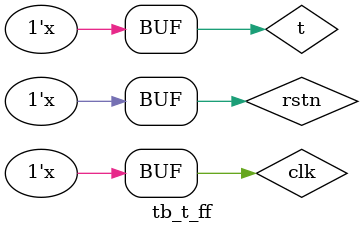
<source format=v>
`timescale 1ns / 1ps


module tb_t_ff;
    reg clk;
    reg t;
    reg rstn;   
    wire q;
    wire q_bar;
    
    t_flip_flop DUT(.clk(clk),
                    .t(t),
                    .rstn(rstn),
                    .Q(q),
                    .Q_bar(q_bar)
                    );
     
     initial begin
        clk = 0;
        rstn = 1;
        t = 0;
     end 
     
     always #2 clk = ~clk;
     always #4 t = ~t;
     always #10 rstn = ~rstn; 
     
endmodule

</source>
